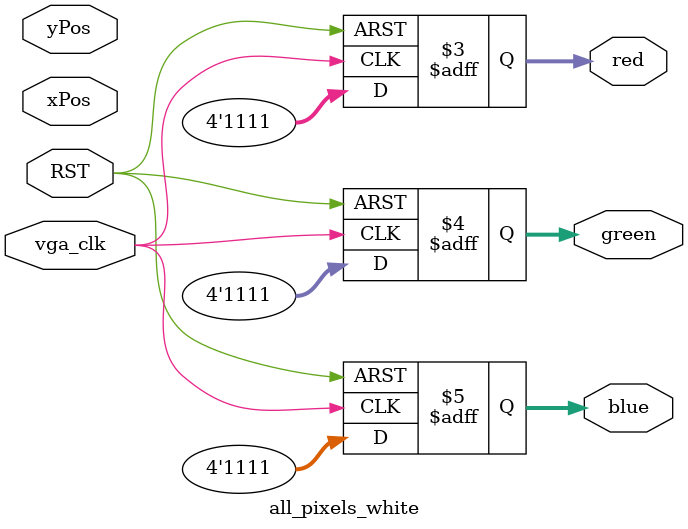
<source format=v>
/*
\authors Yakup Cengiz
\date 05/02/2015
*/

module all_pixels_white( 
vga_clk, RST,
red, green, blue,
xPos, yPos);

input vga_clk, RST;

output reg [3:0] red;
output reg [3:0] green;
output reg [3:0] blue;
input  [9:0]     xPos;
input  [9:0]     yPos;

always@(posedge vga_clk or negedge RST)
begin
    if(!RST)
    begin
        red   = 4'h0;
        green = 4'h0;
        blue  = 4'h0;
    end
    else
    begin
        red   = 4'hF;
        green = 4'hF;
        blue  = 4'hF;
    end
end
endmodule
</source>
